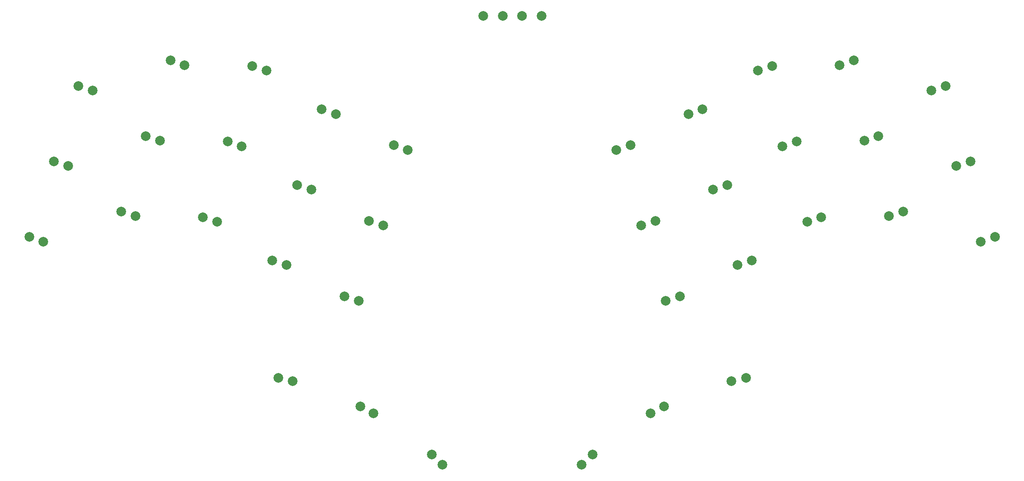
<source format=gbr>
%TF.GenerationSoftware,KiCad,Pcbnew,9.0.4*%
%TF.CreationDate,2025-09-19T00:48:39-04:00*%
%TF.ProjectId,frameortho,6672616d-656f-4727-9468-6f2e6b696361,rev?*%
%TF.SameCoordinates,Original*%
%TF.FileFunction,Soldermask,Bot*%
%TF.FilePolarity,Negative*%
%FSLAX46Y46*%
G04 Gerber Fmt 4.6, Leading zero omitted, Abs format (unit mm)*
G04 Created by KiCad (PCBNEW 9.0.4) date 2025-09-19 00:48:39*
%MOMM*%
%LPD*%
G01*
G04 APERTURE LIST*
%ADD10C,2.000000*%
G04 APERTURE END LIST*
D10*
%TO.C,S3*%
X158316022Y-93584191D03*
X161264298Y-94542144D03*
%TD*%
%TO.C,S13*%
X153203827Y-109276631D03*
X156152103Y-110234584D03*
%TD*%
%TO.C,S12*%
X136233346Y-108114338D03*
X139181622Y-109072291D03*
%TD*%
%TO.C,S11*%
X117166854Y-113385940D03*
X120115130Y-114343893D03*
%TD*%
%TO.C,S15*%
X182543814Y-125724392D03*
X185492090Y-126682345D03*
%TD*%
%TO.C,S10*%
X299245756Y-98651469D03*
X302194032Y-97693516D03*
%TD*%
%TO.C,S31*%
X163703643Y-158364205D03*
X166724190Y-159061553D03*
%TD*%
%TO.C,S26*%
X244093203Y-142374786D03*
X247041479Y-141416833D03*
%TD*%
%TO.C,S18*%
X268320978Y-110234584D03*
X271269254Y-109276631D03*
%TD*%
%TO.C,S35*%
X240986931Y-165710411D03*
X243724068Y-164255049D03*
%TD*%
%TO.C,S17*%
X253906594Y-119243089D03*
X256854870Y-118285136D03*
%TD*%
%TO.C,S4*%
X172730406Y-102592696D03*
X175678682Y-103550649D03*
%TD*%
%TO.C,S23*%
X148091632Y-124969055D03*
X151039908Y-125927008D03*
%TD*%
%TO.C,S34*%
X226674100Y-176388382D03*
X228941297Y-174274187D03*
%TD*%
%TO.C,S7*%
X248794399Y-103550649D03*
X251742675Y-102592696D03*
%TD*%
%TO.C,S20*%
X304357951Y-114343893D03*
X307306227Y-113385940D03*
%TD*%
%TO.C,S25*%
X177431619Y-141416833D03*
X180379895Y-142374786D03*
%TD*%
%TO.C,S30*%
X309470146Y-130036333D03*
X312418422Y-129078380D03*
%TD*%
%TO.C,S2*%
X141345541Y-92421898D03*
X144293817Y-93379851D03*
%TD*%
%TO.C,S32*%
X180749029Y-164255049D03*
X183486166Y-165710411D03*
%TD*%
%TO.C,S16*%
X238981007Y-126682345D03*
X241929283Y-125724392D03*
%TD*%
%TO.C,S22*%
X131121151Y-123806762D03*
X134069427Y-124764715D03*
%TD*%
%TO.C,S27*%
X259018806Y-134935513D03*
X261967082Y-133977560D03*
%TD*%
%TO.C,S24*%
X162506016Y-133977560D03*
X165454292Y-134935513D03*
%TD*%
%TO.C,S6*%
X233868796Y-110989904D03*
X236817072Y-110031951D03*
%TD*%
%TO.C,S8*%
X263208783Y-94542144D03*
X266157059Y-93584191D03*
%TD*%
%TO.C,S9*%
X280179264Y-93379851D03*
X283127540Y-92421898D03*
%TD*%
%TO.C,S28*%
X273433189Y-125927008D03*
X276381465Y-124969055D03*
%TD*%
%TO.C,S14*%
X167618211Y-118285136D03*
X170566487Y-119243089D03*
%TD*%
%TO.C,S5*%
X187656009Y-110031951D03*
X190604285Y-110989904D03*
%TD*%
%TO.C,S33*%
X195531784Y-174274187D03*
X197798981Y-176388382D03*
%TD*%
%TO.C,S29*%
X290403670Y-124764715D03*
X293351946Y-123806762D03*
%TD*%
%TO.C,S21*%
X112054659Y-129078380D03*
X115002935Y-130036333D03*
%TD*%
%TO.C,S1*%
X122279065Y-97693516D03*
X125227341Y-98651469D03*
%TD*%
%TO.C,S36*%
X257748891Y-159061553D03*
X260769438Y-158364205D03*
%TD*%
%TO.C,S19*%
X285291475Y-109072291D03*
X288239751Y-108114338D03*
%TD*%
%TO.C,TP20*%
X206224799Y-83190000D03*
%TD*%
%TO.C,TP18*%
X214324799Y-83190000D03*
%TD*%
%TO.C,TP17*%
X218374798Y-83190000D03*
%TD*%
%TO.C,TP19*%
X210274798Y-83190000D03*
%TD*%
M02*

</source>
